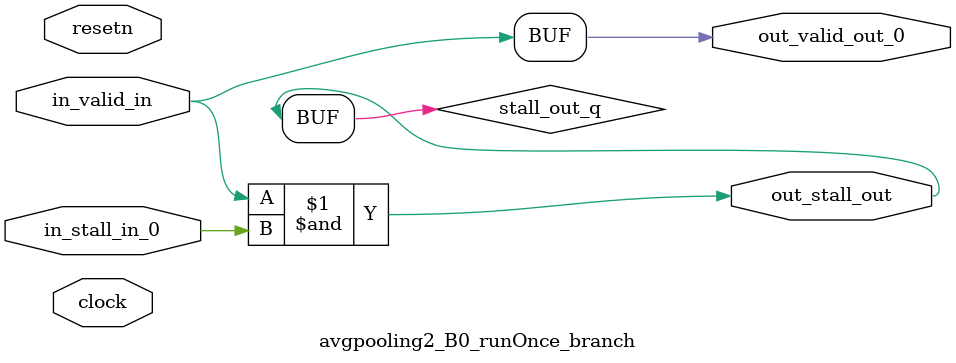
<source format=sv>



(* altera_attribute = "-name AUTO_SHIFT_REGISTER_RECOGNITION OFF; -name MESSAGE_DISABLE 10036; -name MESSAGE_DISABLE 10037; -name MESSAGE_DISABLE 14130; -name MESSAGE_DISABLE 14320; -name MESSAGE_DISABLE 15400; -name MESSAGE_DISABLE 14130; -name MESSAGE_DISABLE 10036; -name MESSAGE_DISABLE 12020; -name MESSAGE_DISABLE 12030; -name MESSAGE_DISABLE 12010; -name MESSAGE_DISABLE 12110; -name MESSAGE_DISABLE 14320; -name MESSAGE_DISABLE 13410; -name MESSAGE_DISABLE 113007; -name MESSAGE_DISABLE 10958" *)
module avgpooling2_B0_runOnce_branch (
    input wire [0:0] in_stall_in_0,
    input wire [0:0] in_valid_in,
    output wire [0:0] out_stall_out,
    output wire [0:0] out_valid_out_0,
    input wire clock,
    input wire resetn
    );

    wire [0:0] stall_out_q;


    // stall_out(LOGICAL,6)
    assign stall_out_q = in_valid_in & in_stall_in_0;

    // out_stall_out(GPOUT,4)
    assign out_stall_out = stall_out_q;

    // out_valid_out_0(GPOUT,5)
    assign out_valid_out_0 = in_valid_in;

endmodule

</source>
